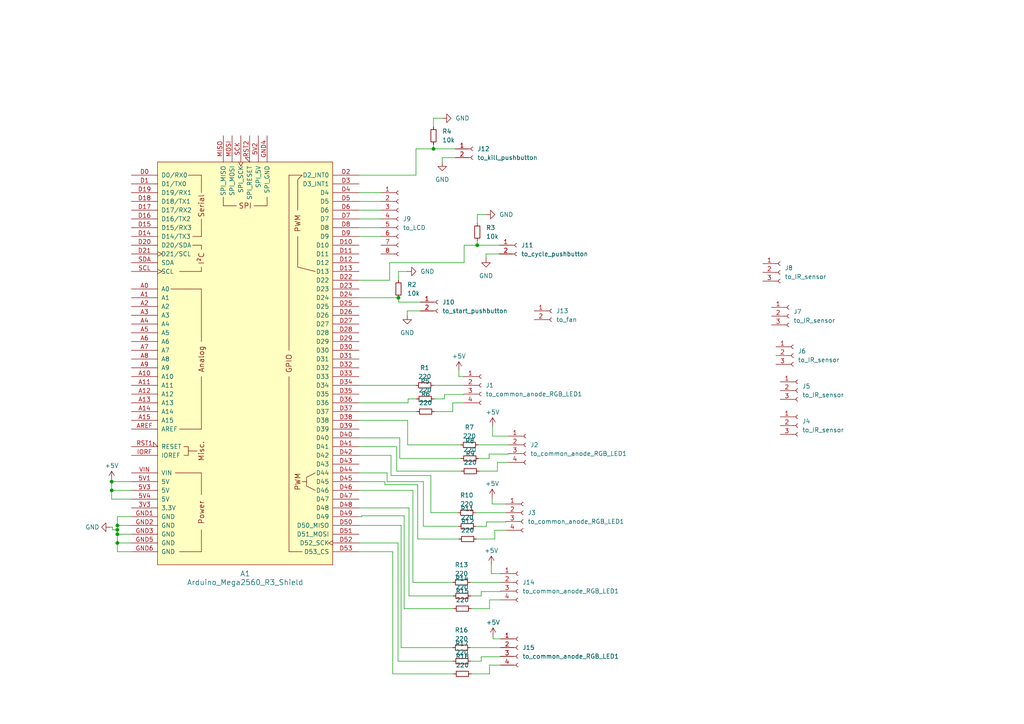
<source format=kicad_sch>
(kicad_sch (version 20230121) (generator eeschema)
  (paper "A4")
  (lib_symbols
    (symbol "Connector:Conn_01x02_Socket" (pin_names (offset 1.016) hide)
      (property "Reference" "J" (at 0 2.54 0))
      (property "Value" "Conn_01x02_Socket" (at 0 -5.08 0))
      (symbol "Conn_01x02_Socket_1_1"
        (arc (start 0 -2.032) (mid -0.5058 -2.54) (end 0 -3.048) (stroke (width 0.1524)))
        (polyline (pts (xy -1.27 -2.54) (xy -0.508 -2.54)) (stroke (width 0.1524)))
        (polyline (pts (xy -1.27 0) (xy -0.508 0)) (stroke (width 0.1524)))
        (arc (start 0 0.508) (mid -0.5058 0) (end 0 -0.508) (stroke (width 0.1524)))
        (pin passive line (at -5.08 0 0) (length 3.81) (name "Pin_1") (number "1"))
        (pin passive line (at -5.08 -2.54 0) (length 3.81) (name "Pin_2") (number "2"))
      )
    )
    (symbol "Connector:Conn_01x03_Socket" (pin_names (offset 1.016) hide)
      (property "Reference" "J" (at 0 5.08 0))
      (property "Value" "Conn_01x03_Socket" (at 0 -5.08 0))
      (symbol "Conn_01x03_Socket_1_1"
        (arc (start 0 -2.032) (mid -0.5058 -2.54) (end 0 -3.048) (stroke (width 0.1524)))
        (polyline (pts (xy -1.27 -2.54) (xy -0.508 -2.54)) (stroke (width 0.1524)))
        (polyline (pts (xy -1.27 0) (xy -0.508 0)) (stroke (width 0.1524)))
        (polyline (pts (xy -1.27 2.54) (xy -0.508 2.54)) (stroke (width 0.1524)))
        (arc (start 0 0.508) (mid -0.5058 0) (end 0 -0.508) (stroke (width 0.1524)))
        (arc (start 0 3.048) (mid -0.5058 2.54) (end 0 2.032) (stroke (width 0.1524)))
        (pin passive line (at -5.08 2.54 0) (length 3.81) (name "Pin_1") (number "1"))
        (pin passive line (at -5.08 0 0) (length 3.81) (name "Pin_2") (number "2"))
        (pin passive line (at -5.08 -2.54 0) (length 3.81) (name "Pin_3") (number "3"))
      )
    )
    (symbol "Connector:Conn_01x04_Socket" (pin_names (offset 1.016) hide)
      (property "Reference" "J" (at 0 5.08 0))
      (property "Value" "Conn_01x04_Socket" (at 0 -7.62 0))
      (symbol "Conn_01x04_Socket_1_1"
        (arc (start 0 -4.572) (mid -0.5058 -5.08) (end 0 -5.588) (stroke (width 0.1524)))
        (arc (start 0 -2.032) (mid -0.5058 -2.54) (end 0 -3.048) (stroke (width 0.1524)))
        (polyline (pts (xy -1.27 -5.08) (xy -0.508 -5.08)) (stroke (width 0.1524)))
        (polyline (pts (xy -1.27 -2.54) (xy -0.508 -2.54)) (stroke (width 0.1524)))
        (polyline (pts (xy -1.27 0) (xy -0.508 0)) (stroke (width 0.1524)))
        (polyline (pts (xy -1.27 2.54) (xy -0.508 2.54)) (stroke (width 0.1524)))
        (arc (start 0 0.508) (mid -0.5058 0) (end 0 -0.508) (stroke (width 0.1524)))
        (arc (start 0 3.048) (mid -0.5058 2.54) (end 0 2.032) (stroke (width 0.1524)))
        (pin passive line (at -5.08 2.54 0) (length 3.81) (name "Pin_1") (number "1"))
        (pin passive line (at -5.08 0 0) (length 3.81) (name "Pin_2") (number "2"))
        (pin passive line (at -5.08 -2.54 0) (length 3.81) (name "Pin_3") (number "3"))
        (pin passive line (at -5.08 -5.08 0) (length 3.81) (name "Pin_4") (number "4"))
      )
    )
    (symbol "Connector:Conn_01x08_Socket" (pin_names (offset 1.016) hide)
      (property "Reference" "J" (at 0 10.16 0))
      (property "Value" "Conn_01x08_Socket" (at 0 -12.7 0))
      (symbol "Conn_01x08_Socket_1_1"
        (arc (start 0 -9.652) (mid -0.5058 -10.16) (end 0 -10.668) (stroke (width 0.1524)))
        (arc (start 0 -7.112) (mid -0.5058 -7.62) (end 0 -8.128) (stroke (width 0.1524)))
        (arc (start 0 -4.572) (mid -0.5058 -5.08) (end 0 -5.588) (stroke (width 0.1524)))
        (arc (start 0 -2.032) (mid -0.5058 -2.54) (end 0 -3.048) (stroke (width 0.1524)))
        (polyline (pts (xy -1.27 -10.16) (xy -0.508 -10.16)) (stroke (width 0.1524)))
        (polyline (pts (xy -1.27 -7.62) (xy -0.508 -7.62)) (stroke (width 0.1524)))
        (polyline (pts (xy -1.27 -5.08) (xy -0.508 -5.08)) (stroke (width 0.1524)))
        (polyline (pts (xy -1.27 -2.54) (xy -0.508 -2.54)) (stroke (width 0.1524)))
        (polyline (pts (xy -1.27 0) (xy -0.508 0)) (stroke (width 0.1524)))
        (polyline (pts (xy -1.27 2.54) (xy -0.508 2.54)) (stroke (width 0.1524)))
        (polyline (pts (xy -1.27 5.08) (xy -0.508 5.08)) (stroke (width 0.1524)))
        (polyline (pts (xy -1.27 7.62) (xy -0.508 7.62)) (stroke (width 0.1524)))
        (arc (start 0 0.508) (mid -0.5058 0) (end 0 -0.508) (stroke (width 0.1524)))
        (arc (start 0 3.048) (mid -0.5058 2.54) (end 0 2.032) (stroke (width 0.1524)))
        (arc (start 0 5.588) (mid -0.5058 5.08) (end 0 4.572) (stroke (width 0.1524)))
        (arc (start 0 8.128) (mid -0.5058 7.62) (end 0 7.112) (stroke (width 0.1524)))
        (pin passive line (at -5.08 7.62 0) (length 3.81) (name "Pin_1") (number "1"))
        (pin passive line (at -5.08 5.08 0) (length 3.81) (name "Pin_2") (number "2"))
        (pin passive line (at -5.08 2.54 0) (length 3.81) (name "Pin_3") (number "3"))
        (pin passive line (at -5.08 0 0) (length 3.81) (name "Pin_4") (number "4"))
        (pin passive line (at -5.08 -2.54 0) (length 3.81) (name "Pin_5") (number "5"))
        (pin passive line (at -5.08 -5.08 0) (length 3.81) (name "Pin_6") (number "6"))
        (pin passive line (at -5.08 -7.62 0) (length 3.81) (name "Pin_7") (number "7"))
        (pin passive line (at -5.08 -10.16 0) (length 3.81) (name "Pin_8") (number "8"))
      )
    )
    (symbol "Device:R_Small" (pin_numbers hide) (pin_names (offset 0.254) hide)
      (property "Reference" "R" (at 0.762 0.508 0))
      (property "Value" "R_Small" (at 0.762 -1.016 0))
      (symbol "R_Small_0_1"
        (rectangle (start -0.762 1.778) (end 0.762 -1.778) (stroke (width 0.2032)))
      )
      (symbol "R_Small_1_1"
        (pin passive line (at 0 2.54 270) (length 0.762) (name "~") (number "1"))
        (pin passive line (at 0 -2.54 90) (length 0.762) (name "~") (number "2"))
      )
    )
    (symbol "PCM_arduino-library:Arduino_Mega2560_R3_Shield" (pin_names (offset 1.016))
      (property "Reference" "A" (at 0 -62.23 0))
      (property "Value" "Arduino_Mega2560_R3_Shield" (at 0 -66.04 0))
      (symbol "Arduino_Mega2560_R3_Shield_0_0"
        (rectangle (start -25.4 -58.42) (end 25.4 58.42) (fill (type background)))
        (rectangle (start -20.32 -31.75) (end -12.7 -31.75))
        (rectangle (start -19.05 -54.61) (end -12.7 -54.61))
        (rectangle (start -19.05 -19.05) (end -12.7 -19.05))
        (rectangle (start -19.05 26.67) (end -12.7 26.67))
        (rectangle (start -17.78 -26.67) (end -16.51 -26.67))
        (rectangle (start -17.78 -24.13) (end -16.51 -24.13))
        (rectangle (start -16.51 -25.4) (end -13.97 -25.4))
        (rectangle (start -16.51 -24.13) (end -16.51 -26.67))
        (rectangle (start -16.51 54.61) (end -12.7 54.61))
        (rectangle (start -15.24 34.29) (end -12.7 34.29))
        (rectangle (start -15.24 36.83) (end -12.7 36.83))
        (rectangle (start -12.7 -54.61) (end -12.7 -48.26))
        (rectangle (start -12.7 -31.75) (end -12.7 -38.1))
        (rectangle (start -12.7 26.67) (end -12.7 27.94))
        (rectangle (start -12.7 34.29) (end -12.7 33.02))
        (rectangle (start -12.7 41.91) (end -12.7 36.83))
        (rectangle (start -12.7 49.53) (end -12.7 54.61))
        (rectangle (start -6.35 48.26) (end -6.35 45.72))
        (rectangle (start -2.54 45.72) (end -6.35 45.72))
        (polyline (pts (xy -21.59 21.59) (xy -12.7 21.59)))
        (polyline (pts (xy -12.7 -19.05) (xy -12.7 -3.81)))
        (polyline (pts (xy -12.7 6.35) (xy -12.7 21.59)))
        (polyline (pts (xy 12.7 -54.61) (xy 16.51 -54.61)))
        (polyline (pts (xy 12.7 54.61) (xy 16.51 54.61)))
        (polyline (pts (xy 17.78 -34.29) (xy 16.51 -34.29)))
        (polyline (pts (xy 15.24 36.83) (xy 15.24 27.94) (xy 20.32 26.67)))
        (polyline (pts (xy 15.24 44.45) (xy 15.24 53.34) (xy 16.51 54.61)))
        (polyline (pts (xy 20.32 -31.75) (xy 17.78 -33.02) (xy 17.78 -35.56) (xy 20.32 -36.83)))
        (rectangle (start 6.35 45.72) (end 2.54 45.72))
        (rectangle (start 6.35 48.26) (end 6.35 45.72))
        (text "Analog" (at -12.7 1.27 900) (effects (font (size 1.524 1.524))))
        (text "I²C" (at -12.7 30.48 900) (effects (font (size 1.524 1.524))))
        (text "Misc." (at -12.7 -25.4 900) (effects (font (size 1.524 1.524))))
        (text "Power" (at -12.7 -43.18 900) (effects (font (size 1.524 1.524))))
        (text "PWM" (at 15.24 -34.29 900) (effects (font (size 1.524 1.524))))
        (text "PWM" (at 15.24 40.64 900) (effects (font (size 1.524 1.524))))
        (text "Serial" (at -12.7 45.72 900) (effects (font (size 1.524 1.524))))
        (text "SPI" (at 0 45.72 0) (effects (font (size 1.524 1.524))))
      )
      (symbol "Arduino_Mega2560_R3_Shield_1_0"
        (rectangle (start 12.7 -54.61) (end 12.7 -3.81))
        (rectangle (start 12.7 54.61) (end 12.7 3.81))
        (text "GPIO" (at 12.7 0 900) (effects (font (size 1.524 1.524))))
      )
      (symbol "Arduino_Mega2560_R3_Shield_1_1"
        (pin power_out line (at -33.02 -41.91 0) (length 7.62) (name "3.3V") (number "3V3"))
        (pin power_in line (at -33.02 -34.29 0) (length 7.62) (name "5V") (number "5V1"))
        (pin power_in line (at 3.81 66.04 270) (length 7.62) (name "SPI_5V") (number "5V2"))
        (pin power_in line (at -33.02 -36.83 0) (length 7.62) (name "5V") (number "5V3"))
        (pin power_in line (at -33.02 -39.37 0) (length 7.62) (name "5V") (number "5V4"))
        (pin bidirectional line (at -33.02 21.59 0) (length 7.62) (name "A0") (number "A0"))
        (pin bidirectional line (at -33.02 19.05 0) (length 7.62) (name "A1") (number "A1"))
        (pin bidirectional line (at -33.02 -3.81 0) (length 7.62) (name "A10") (number "A10"))
        (pin bidirectional line (at -33.02 -6.35 0) (length 7.62) (name "A11") (number "A11"))
        (pin bidirectional line (at -33.02 -8.89 0) (length 7.62) (name "A12") (number "A12"))
        (pin bidirectional line (at -33.02 -11.43 0) (length 7.62) (name "A13") (number "A13"))
        (pin bidirectional line (at -33.02 -13.97 0) (length 7.62) (name "A14") (number "A14"))
        (pin bidirectional line (at -33.02 -16.51 0) (length 7.62) (name "A15") (number "A15"))
        (pin bidirectional line (at -33.02 16.51 0) (length 7.62) (name "A2") (number "A2"))
        (pin bidirectional line (at -33.02 13.97 0) (length 7.62) (name "A3") (number "A3"))
        (pin bidirectional line (at -33.02 11.43 0) (length 7.62) (name "A4") (number "A4"))
        (pin bidirectional line (at -33.02 8.89 0) (length 7.62) (name "A5") (number "A5"))
        (pin bidirectional line (at -33.02 6.35 0) (length 7.62) (name "A6") (number "A6"))
        (pin bidirectional line (at -33.02 3.81 0) (length 7.62) (name "A7") (number "A7"))
        (pin bidirectional line (at -33.02 1.27 0) (length 7.62) (name "A8") (number "A8"))
        (pin bidirectional line (at -33.02 -1.27 0) (length 7.62) (name "A9") (number "A9"))
        (pin input line (at -33.02 -19.05 0) (length 7.62) (name "AREF") (number "AREF"))
        (pin bidirectional line (at -33.02 54.61 0) (length 7.62) (name "D0/RX0") (number "D0"))
        (pin bidirectional line (at -33.02 52.07 0) (length 7.62) (name "D1/TX0") (number "D1"))
        (pin bidirectional line (at 33.02 34.29 180) (length 7.62) (name "D10") (number "D10"))
        (pin bidirectional line (at 33.02 31.75 180) (length 7.62) (name "D11") (number "D11"))
        (pin bidirectional line (at 33.02 29.21 180) (length 7.62) (name "D12") (number "D12"))
        (pin bidirectional line (at 33.02 26.67 180) (length 7.62) (name "D13") (number "D13"))
        (pin bidirectional line (at -33.02 36.83 0) (length 7.62) (name "D14/TX3") (number "D14"))
        (pin bidirectional line (at -33.02 39.37 0) (length 7.62) (name "D15/RX3") (number "D15"))
        (pin bidirectional line (at -33.02 41.91 0) (length 7.62) (name "D16/TX2") (number "D16"))
        (pin bidirectional line (at -33.02 44.45 0) (length 7.62) (name "D17/RX2") (number "D17"))
        (pin bidirectional line (at -33.02 46.99 0) (length 7.62) (name "D18/TX1") (number "D18"))
        (pin bidirectional line (at -33.02 49.53 0) (length 7.62) (name "D19/RX1") (number "D19"))
        (pin bidirectional line (at 33.02 54.61 180) (length 7.62) (name "D2_INT0") (number "D2"))
        (pin bidirectional line (at -33.02 34.29 0) (length 7.62) (name "D20/SDA") (number "D20"))
        (pin bidirectional clock (at -33.02 31.75 0) (length 7.62) (name "D21/SCL") (number "D21"))
        (pin bidirectional line (at 33.02 24.13 180) (length 7.62) (name "D22") (number "D22"))
        (pin bidirectional line (at 33.02 21.59 180) (length 7.62) (name "D23") (number "D23"))
        (pin bidirectional line (at 33.02 19.05 180) (length 7.62) (name "D24") (number "D24"))
        (pin bidirectional line (at 33.02 16.51 180) (length 7.62) (name "D25") (number "D25"))
        (pin bidirectional line (at 33.02 13.97 180) (length 7.62) (name "D26") (number "D26"))
        (pin bidirectional line (at 33.02 11.43 180) (length 7.62) (name "D27") (number "D27"))
        (pin bidirectional line (at 33.02 8.89 180) (length 7.62) (name "D28") (number "D28"))
        (pin bidirectional line (at 33.02 6.35 180) (length 7.62) (name "D29") (number "D29"))
        (pin bidirectional line (at 33.02 52.07 180) (length 7.62) (name "D3_INT1") (number "D3"))
        (pin bidirectional line (at 33.02 3.81 180) (length 7.62) (name "D30") (number "D30"))
        (pin bidirectional line (at 33.02 1.27 180) (length 7.62) (name "D31") (number "D31"))
        (pin bidirectional line (at 33.02 -1.27 180) (length 7.62) (name "D32") (number "D32"))
        (pin bidirectional line (at 33.02 -3.81 180) (length 7.62) (name "D33") (number "D33"))
        (pin bidirectional line (at 33.02 -6.35 180) (length 7.62) (name "D34") (number "D34"))
        (pin bidirectional line (at 33.02 -8.89 180) (length 7.62) (name "D35") (number "D35"))
        (pin bidirectional line (at 33.02 -11.43 180) (length 7.62) (name "D36") (number "D36"))
        (pin bidirectional line (at 33.02 -13.97 180) (length 7.62) (name "D37") (number "D37"))
        (pin bidirectional line (at 33.02 -16.51 180) (length 7.62) (name "D38") (number "D38"))
        (pin bidirectional line (at 33.02 -19.05 180) (length 7.62) (name "D39") (number "D39"))
        (pin bidirectional line (at 33.02 49.53 180) (length 7.62) (name "D4") (number "D4"))
        (pin bidirectional line (at 33.02 -21.59 180) (length 7.62) (name "D40") (number "D40"))
        (pin bidirectional line (at 33.02 -24.13 180) (length 7.62) (name "D41") (number "D41"))
        (pin bidirectional line (at 33.02 -26.67 180) (length 7.62) (name "D42") (number "D42"))
        (pin bidirectional line (at 33.02 -29.21 180) (length 7.62) (name "D43") (number "D43"))
        (pin bidirectional line (at 33.02 -31.75 180) (length 7.62) (name "D44") (number "D44"))
        (pin bidirectional line (at 33.02 -34.29 180) (length 7.62) (name "D45") (number "D45"))
        (pin bidirectional line (at 33.02 -36.83 180) (length 7.62) (name "D46") (number "D46"))
        (pin bidirectional line (at 33.02 -39.37 180) (length 7.62) (name "D47") (number "D47"))
        (pin bidirectional line (at 33.02 -41.91 180) (length 7.62) (name "D48") (number "D48"))
        (pin bidirectional line (at 33.02 -44.45 180) (length 7.62) (name "D49") (number "D49"))
        (pin bidirectional line (at 33.02 46.99 180) (length 7.62) (name "D5") (number "D5"))
        (pin bidirectional line (at 33.02 -46.99 180) (length 7.62) (name "D50_MISO") (number "D50"))
        (pin bidirectional line (at 33.02 -49.53 180) (length 7.62) (name "D51_MOSI") (number "D51"))
        (pin bidirectional clock (at 33.02 -52.07 180) (length 7.62) (name "D52_SCK") (number "D52"))
        (pin bidirectional line (at 33.02 -54.61 180) (length 7.62) (name "D53_CS") (number "D53"))
        (pin bidirectional line (at 33.02 44.45 180) (length 7.62) (name "D6") (number "D6"))
        (pin bidirectional line (at 33.02 41.91 180) (length 7.62) (name "D7") (number "D7"))
        (pin bidirectional line (at 33.02 39.37 180) (length 7.62) (name "D8") (number "D8"))
        (pin bidirectional line (at 33.02 36.83 180) (length 7.62) (name "D9") (number "D9"))
        (pin power_in line (at -33.02 -44.45 0) (length 7.62) (name "GND") (number "GND1"))
        (pin power_in line (at -33.02 -46.99 0) (length 7.62) (name "GND") (number "GND2"))
        (pin power_in line (at -33.02 -49.53 0) (length 7.62) (name "GND") (number "GND3"))
        (pin power_in line (at 6.35 66.04 270) (length 7.62) (name "SPI_GND") (number "GND4"))
        (pin power_in line (at -33.02 -52.07 0) (length 7.62) (name "GND") (number "GND5"))
        (pin power_in line (at -33.02 -54.61 0) (length 7.62) (name "GND") (number "GND6"))
        (pin output line (at -33.02 -26.67 0) (length 7.62) (name "IOREF") (number "IORF"))
        (pin input line (at -6.35 66.04 270) (length 7.62) (name "SPI_MISO") (number "MISO"))
        (pin output line (at -3.81 66.04 270) (length 7.62) (name "SPI_MOSI") (number "MOSI"))
        (pin open_collector input_low (at -33.02 -24.13 0) (length 7.62) (name "RESET") (number "RST1"))
        (pin open_collector input_low (at 1.27 66.04 270) (length 7.62) (name "SPI_RESET") (number "RST2"))
        (pin output clock (at -1.27 66.04 270) (length 7.62) (name "SPI_SCK") (number "SCK"))
        (pin bidirectional clock (at -33.02 26.67 0) (length 7.62) (name "SCL") (number "SCL"))
        (pin bidirectional line (at -33.02 29.21 0) (length 7.62) (name "SDA") (number "SDA"))
        (pin power_in line (at -33.02 -31.75 0) (length 7.62) (name "VIN") (number "VIN"))
      )
    )
    (symbol "power:+5V" (power) (pin_names (offset 0))
      (property "Value" "+5V" (at 0 3.556 0))
      (symbol "+5V_0_1"
        (polyline (pts (xy -0.762 1.27) (xy 0 2.54)))
        (polyline (pts (xy 0 0) (xy 0 2.54)))
        (polyline (pts (xy 0 2.54) (xy 0.762 1.27)))
      )
      (symbol "+5V_1_1"
        (pin power_in line (at 0 0 90) (length 0) hide (name "+5V") (number "1"))
      )
    )
    (symbol "power:GND" (power) (pin_names (offset 0))
      (property "Value" "GND" (at 0 -3.81 0))
      (symbol "GND_0_1"
        (polyline (pts (xy 0 0) (xy 0 -1.27) (xy 1.27 -1.27) (xy 0 -2.54) (xy -1.27 -1.27) (xy 0 -1.27)))
      )
      (symbol "GND_1_1"
        (pin power_in line (at 0 0 270) (length 0) hide (name "GND") (number "1"))
      )
    )
  )
  (junction (at 32.385 139.7))
  (junction (at 34.036 153.67))
  (junction (at 138.43 71.12))
  (junction (at 115.57 86.36))
  (junction (at 34.036 152.4))
  (junction (at 34.036 154.94))
  (junction (at 125.73 43.18))
  (junction (at 34.036 157.48))
  (junction (at 32.385 142.24))
  (wire (pts (xy 34.036 152.4) (xy 38.1 152.4)))
  (wire (pts (xy 144.272 134.112) (xy 144.272 136.652)))
  (wire (pts (xy 38.1 160.02) (xy 34.036 160.02)))
  (wire (pts (xy 143.51 153.797) (xy 143.51 156.337)))
  (wire (pts (xy 139.573 191.77) (xy 139.573 190.5)))
  (wire (pts (xy 125.984 119.38) (xy 131.318 119.38)))
  (wire (pts (xy 145.161 185.293) (xy 143.002 185.293)))
  (wire (pts (xy 115.57 87.63) (xy 115.57 86.36)))
  (wire (pts (xy 34.036 160.02) (xy 34.036 157.48)))
  (wire (pts (xy 139.573 171.577) (xy 145.161 171.577)))
  (wire (pts (xy 138.176 156.337) (xy 143.51 156.337)))
  (wire (pts (xy 104.14 119.38) (xy 120.904 119.38)))
  (wire (pts (xy 32.004 152.908) (xy 32.639 152.908)))
  (wire (pts (xy 125.73 111.76) (xy 134.493 111.76)))
  (wire (pts (xy 128.905 114.427) (xy 134.493 114.427)))
  (wire (pts (xy 146.685 151.384) (xy 146.685 151.257)))
  (wire (pts (xy 136.525 191.77) (xy 139.573 191.77)))
  (wire (pts (xy 141.097 151.384) (xy 146.685 151.384)))
  (wire (pts (xy 38.1 142.24) (xy 32.385 142.24)))
  (wire (pts (xy 145.161 190.5) (xy 145.161 190.373)))
  (wire (pts (xy 112.268 139.7) (xy 112.268 137.16)))
  (wire (pts (xy 104.14 58.42) (xy 110.49 58.42)))
  (wire (pts (xy 139.573 172.847) (xy 139.573 171.577)))
  (wire (pts (xy 138.43 62.23) (xy 138.43 64.77)))
  (wire (pts (xy 115.443 157.48) (xy 104.14 157.48)))
  (wire (pts (xy 134.62 76.2) (xy 134.62 71.12)))
  (wire (pts (xy 104.902 149.606) (xy 104.902 149.86)))
  (wire (pts (xy 144.78 71.12) (xy 138.43 71.12)))
  (wire (pts (xy 115.062 136.652) (xy 133.858 136.652)))
  (wire (pts (xy 104.14 129.54) (xy 115.062 129.54)))
  (wire (pts (xy 38.1 144.78) (xy 32.385 144.78)))
  (wire (pts (xy 118.11 90.17) (xy 118.11 91.44)))
  (wire (pts (xy 104.14 60.96) (xy 110.49 60.96)))
  (wire (pts (xy 34.036 153.67) (xy 34.036 154.94)))
  (wire (pts (xy 104.14 68.58) (xy 110.49 68.58)))
  (wire (pts (xy 122.809 152.654) (xy 132.969 152.654)))
  (wire (pts (xy 145.161 173.99) (xy 141.986 173.99)))
  (wire (pts (xy 137.922 148.717) (xy 146.685 148.717)))
  (wire (pts (xy 128.27 34.29) (xy 125.73 34.29)))
  (wire (pts (xy 147.447 126.492) (xy 142.875 126.492)))
  (wire (pts (xy 104.14 111.76) (xy 120.65 111.76)))
  (wire (pts (xy 34.036 149.86) (xy 34.036 152.4)))
  (wire (pts (xy 134.62 71.12) (xy 138.43 71.12)))
  (wire (pts (xy 34.036 154.94) (xy 38.1 154.94)))
  (wire (pts (xy 138.811 132.969) (xy 141.859 132.969)))
  (wire (pts (xy 134.493 116.84) (xy 131.318 116.84)))
  (wire (pts (xy 140.97 73.66) (xy 140.97 74.93)))
  (wire (pts (xy 144.78 73.66) (xy 140.97 73.66)))
  (wire (pts (xy 125.73 34.29) (xy 125.73 36.83)))
  (wire (pts (xy 132.08 43.18) (xy 125.73 43.18)))
  (wire (pts (xy 138.938 136.652) (xy 144.272 136.652)))
  (wire (pts (xy 118.364 115.697) (xy 120.777 115.697)))
  (wire (pts (xy 120.65 43.18) (xy 125.73 43.18)))
  (wire (pts (xy 34.036 152.4) (xy 34.036 153.67)))
  (wire (pts (xy 131.572 176.53) (xy 117.221 176.53)))
  (wire (pts (xy 125.73 43.18) (xy 125.73 41.91)))
  (wire (pts (xy 115.57 78.74) (xy 115.57 81.28)))
  (wire (pts (xy 146.685 153.797) (xy 143.51 153.797)))
  (wire (pts (xy 125.857 115.697) (xy 128.905 115.697)))
  (wire (pts (xy 104.14 121.92) (xy 118.237 121.92)))
  (wire (pts (xy 113.03 76.2) (xy 134.62 76.2)))
  (wire (pts (xy 118.364 116.84) (xy 118.364 115.697)))
  (wire (pts (xy 118.618 172.847) (xy 131.445 172.847)))
  (wire (pts (xy 104.14 63.5) (xy 110.49 63.5)))
  (wire (pts (xy 104.14 149.86) (xy 104.902 149.86)))
  (wire (pts (xy 136.525 172.847) (xy 139.573 172.847)))
  (wire (pts (xy 131.445 191.77) (xy 115.443 191.77)))
  (wire (pts (xy 104.14 86.36) (xy 115.57 86.36)))
  (wire (pts (xy 120.65 50.8) (xy 120.65 43.18)))
  (wire (pts (xy 104.14 116.84) (xy 118.364 116.84)))
  (wire (pts (xy 136.398 187.833) (xy 145.161 187.833)))
  (wire (pts (xy 104.14 127) (xy 115.951 127)))
  (wire (pts (xy 104.14 132.08) (xy 113.411 132.08)))
  (wire (pts (xy 133.096 107.442) (xy 133.096 109.22)))
  (wire (pts (xy 122.809 139.7) (xy 112.268 139.7)))
  (wire (pts (xy 139.573 190.5) (xy 145.161 190.5)))
  (wire (pts (xy 119.761 168.91) (xy 119.761 142.24)))
  (wire (pts (xy 132.842 148.717) (xy 124.968 148.717)))
  (wire (pts (xy 141.986 173.99) (xy 141.986 176.53)))
  (wire (pts (xy 104.14 55.88) (xy 110.49 55.88)))
  (wire (pts (xy 145.161 171.577) (xy 145.161 171.45)))
  (wire (pts (xy 104.14 66.04) (xy 110.49 66.04)))
  (wire (pts (xy 119.761 142.24) (xy 104.14 142.24)))
  (wire (pts (xy 104.14 81.28) (xy 113.03 81.28)))
  (wire (pts (xy 142.748 146.177) (xy 146.685 146.177)))
  (wire (pts (xy 118.237 121.92) (xy 118.237 129.032)))
  (wire (pts (xy 118.618 147.32) (xy 118.618 172.847)))
  (wire (pts (xy 116.332 187.833) (xy 131.318 187.833)))
  (wire (pts (xy 138.684 129.032) (xy 147.447 129.032)))
  (wire (pts (xy 140.97 62.23) (xy 138.43 62.23)))
  (wire (pts (xy 117.221 176.53) (xy 117.221 149.606)))
  (wire (pts (xy 34.036 157.48) (xy 38.1 157.48)))
  (wire (pts (xy 147.447 134.112) (xy 144.272 134.112)))
  (wire (pts (xy 141.986 192.913) (xy 141.986 195.453)))
  (wire (pts (xy 142.494 166.37) (xy 142.494 163.83)))
  (wire (pts (xy 121.158 140.589) (xy 121.158 156.337)))
  (wire (pts (xy 111.633 140.589) (xy 111.633 139.7)))
  (wire (pts (xy 104.14 147.32) (xy 118.618 147.32)))
  (wire (pts (xy 136.652 176.53) (xy 141.986 176.53)))
  (wire (pts (xy 132.08 45.72) (xy 128.27 45.72)))
  (wire (pts (xy 141.097 152.654) (xy 141.097 151.384)))
  (wire (pts (xy 115.443 191.77) (xy 115.443 157.48)))
  (wire (pts (xy 118.11 78.74) (xy 115.57 78.74)))
  (wire (pts (xy 131.318 168.91) (xy 119.761 168.91)))
  (wire (pts (xy 104.14 160.02) (xy 113.919 160.02)))
  (wire (pts (xy 34.036 154.94) (xy 34.036 157.48)))
  (wire (pts (xy 115.951 132.969) (xy 133.731 132.969)))
  (wire (pts (xy 32.639 152.908) (xy 32.639 153.67)))
  (wire (pts (xy 38.1 149.86) (xy 34.036 149.86)))
  (wire (pts (xy 122.809 139.7) (xy 122.809 152.654)))
  (wire (pts (xy 32.639 153.67) (xy 34.036 153.67)))
  (wire (pts (xy 38.1 139.7) (xy 32.385 139.7)))
  (wire (pts (xy 113.03 81.28) (xy 113.03 76.2)))
  (wire (pts (xy 121.158 140.589) (xy 111.633 140.589)))
  (wire (pts (xy 113.411 137.922) (xy 124.968 137.922)))
  (wire (pts (xy 32.385 139.7) (xy 32.385 139.192)))
  (wire (pts (xy 121.92 87.63) (xy 115.57 87.63)))
  (wire (pts (xy 104.14 50.8) (xy 120.65 50.8)))
  (wire (pts (xy 104.14 152.4) (xy 116.332 152.4)))
  (wire (pts (xy 115.062 129.54) (xy 115.062 136.652)))
  (wire (pts (xy 113.919 160.02) (xy 113.919 195.453)))
  (wire (pts (xy 32.385 144.78) (xy 32.385 142.24)))
  (wire (pts (xy 113.411 132.08) (xy 113.411 137.922)))
  (wire (pts (xy 147.447 131.699) (xy 147.447 131.572)))
  (wire (pts (xy 32.385 139.7) (xy 32.385 142.24)))
  (wire (pts (xy 111.633 139.7) (xy 104.14 139.7)))
  (wire (pts (xy 115.951 127) (xy 115.951 132.969)))
  (wire (pts (xy 143.002 185.293) (xy 143.002 184.658)))
  (wire (pts (xy 124.968 148.717) (xy 124.968 137.922)))
  (wire (pts (xy 138.43 71.12) (xy 138.43 69.85)))
  (wire (pts (xy 112.268 137.16) (xy 104.14 137.16)))
  (wire (pts (xy 142.748 144.399) (xy 142.748 146.177)))
  (wire (pts (xy 118.237 129.032) (xy 133.604 129.032)))
  (wire (pts (xy 128.905 115.697) (xy 128.905 114.427)))
  (wire (pts (xy 142.875 126.492) (xy 142.875 123.698)))
  (wire (pts (xy 136.398 168.91) (xy 145.161 168.91)))
  (wire (pts (xy 133.096 109.22) (xy 134.493 109.22)))
  (wire (pts (xy 133.096 156.337) (xy 121.158 156.337)))
  (wire (pts (xy 128.27 45.72) (xy 128.27 46.99)))
  (wire (pts (xy 136.652 195.453) (xy 141.986 195.453)))
  (wire (pts (xy 138.049 152.654) (xy 141.097 152.654)))
  (wire (pts (xy 145.161 192.913) (xy 141.986 192.913)))
  (wire (pts (xy 145.161 166.37) (xy 142.494 166.37)))
  (wire (pts (xy 121.92 90.17) (xy 118.11 90.17)))
  (wire (pts (xy 131.318 116.84) (xy 131.318 119.38)))
  (wire (pts (xy 117.221 149.606) (xy 104.902 149.606)))
  (wire (pts (xy 141.859 131.699) (xy 147.447 131.699)))
  (wire (pts (xy 134.493 114.427) (xy 134.493 114.3)))
  (wire (pts (xy 141.859 132.969) (xy 141.859 131.699)))
  (wire (pts (xy 113.919 195.453) (xy 131.572 195.453)))
  (wire (pts (xy 116.332 152.4) (xy 116.332 187.833)))
  (symbol (lib_id "Connector:Conn_01x03_Socket") (at 231.394 113.284 0) (unit 1)
    (property "Reference" "J5" (at 232.664 112.014 0) (effects (justify left)))
    (property "Value" "to_IR_sensor" (at 232.664 114.554 0) (effects (justify left)))
  )
  (symbol (lib_id "Device:R_Small") (at 133.858 168.91 90) (unit 1)
    (property "Reference" "R13" (at 133.858 163.83 90))
    (property "Value" "220" (at 133.858 166.37 90))
  )
  (symbol (lib_id "Device:R_Small") (at 123.317 115.697 90) (unit 1)
    (property "Reference" "R5" (at 123.317 110.617 90))
    (property "Value" "220" (at 123.317 113.157 90))
  )
  (symbol (lib_id "Connector:Conn_01x02_Socket") (at 137.16 43.18 0) (unit 1)
    (property "Reference" "J12" (at 138.43 43.18 0) (effects (justify left)))
    (property "Value" "to_kill_pushbutton" (at 138.43 45.72 0) (effects (justify left)))
  )
  (symbol (lib_id "Device:R_Small") (at 138.43 67.31 180) (unit 1)
    (property "Reference" "R3" (at 140.97 66.04 0) (effects (justify right)))
    (property "Value" "10k" (at 140.97 68.58 0) (effects (justify right)))
  )
  (symbol (lib_id "Device:R_Small") (at 133.985 191.77 90) (unit 1)
    (property "Reference" "R17" (at 133.985 186.69 90))
    (property "Value" "220" (at 133.985 189.23 90))
  )
  (symbol (lib_id "power:GND") (at 118.11 78.74 90) (unit 1)
    (property "Reference" "#PWR03" (effects hide))
    (property "Value" "GND" (at 121.92 78.74 90) (effects (justify right)))
  )
  (symbol (lib_id "power:+5V") (at 142.748 144.399 0) (unit 1)
    (property "Reference" "#PWR09" (effects hide))
    (property "Value" "+5V" (at 142.748 140.2659 0))
  )
  (symbol (lib_id "Connector:Conn_01x08_Socket") (at 115.57 63.5 0) (unit 1)
    (property "Reference" "J9" (at 116.84 63.5 0) (effects (justify left)))
    (property "Value" "to_LCD" (at 116.84 66.04 0) (effects (justify left)))
  )
  (symbol (lib_id "power:GND") (at 140.97 62.23 90) (unit 1)
    (property "Reference" "#PWR04" (effects hide))
    (property "Value" "GND" (at 144.78 62.23 90) (effects (justify right)))
  )
  (symbol (lib_id "power:+5V") (at 32.385 139.192 0) (unit 1)
    (property "Reference" "#PWR012" (effects hide))
    (property "Value" "+5V" (at 32.385 135.0589 0))
  )
  (symbol (lib_id "power:GND") (at 128.27 46.99 0) (unit 1)
    (property "Reference" "#PWR07" (effects hide))
    (property "Value" "GND" (at 128.27 52.07 0))
  )
  (symbol (lib_id "Connector:Conn_01x02_Socket") (at 127 87.63 0) (unit 1)
    (property "Reference" "J10" (at 128.27 87.63 0) (effects (justify left)))
    (property "Value" "to_start_pushbutton" (at 128.27 90.17 0) (effects (justify left)))
  )
  (symbol (lib_id "Device:R_Small") (at 133.858 187.833 90) (unit 1)
    (property "Reference" "R16" (at 133.858 182.753 90))
    (property "Value" "220" (at 133.858 185.293 90))
  )
  (symbol (lib_id "Connector:Conn_01x04_Socket") (at 150.241 168.91 0) (unit 1)
    (property "Reference" "J14" (at 151.511 168.91 0) (effects (justify left)))
    (property "Value" "to_common_anode_RGB_LED1" (at 151.511 171.45 0) (effects (justify left)))
  )
  (symbol (lib_id "Connector:Conn_01x03_Socket") (at 230.124 103.124 0) (unit 1)
    (property "Reference" "J6" (at 231.394 101.854 0) (effects (justify left)))
    (property "Value" "to_IR_sensor" (at 231.394 104.394 0) (effects (justify left)))
  )
  (symbol (lib_id "Connector:Conn_01x04_Socket") (at 151.765 148.717 0) (unit 1)
    (property "Reference" "J3" (at 153.035 148.717 0) (effects (justify left)))
    (property "Value" "to_common_anode_RGB_LED1" (at 153.035 151.257 0) (effects (justify left)))
  )
  (symbol (lib_id "Device:R_Small") (at 123.19 111.76 90) (unit 1)
    (property "Reference" "R1" (at 123.19 106.68 90))
    (property "Value" "220" (at 123.19 109.22 90))
  )
  (symbol (lib_id "Connector:Conn_01x03_Socket") (at 231.394 123.444 0) (unit 1)
    (property "Reference" "J4" (at 232.664 122.174 0) (effects (justify left)))
    (property "Value" "to_IR_sensor" (at 232.664 124.714 0) (effects (justify left)))
  )
  (symbol (lib_id "Device:R_Small") (at 115.57 83.82 180) (unit 1)
    (property "Reference" "R2" (at 118.11 82.55 0) (effects (justify right)))
    (property "Value" "10k" (at 118.11 85.09 0) (effects (justify right)))
  )
  (symbol (lib_id "Connector:Conn_01x04_Socket") (at 152.527 129.032 0) (unit 1)
    (property "Reference" "J2" (at 153.797 129.032 0) (effects (justify left)))
    (property "Value" "to_common_anode_RGB_LED1" (at 153.797 131.572 0) (effects (justify left)))
  )
  (symbol (lib_id "Device:R_Small") (at 123.444 119.38 90) (unit 1)
    (property "Reference" "R6" (at 123.444 114.3 90))
    (property "Value" "220" (at 123.444 116.84 90))
  )
  (symbol (lib_id "power:GND") (at 128.27 34.29 90) (unit 1)
    (property "Reference" "#PWR06" (effects hide))
    (property "Value" "GND" (at 132.08 34.29 90) (effects (justify right)))
  )
  (symbol (lib_id "Device:R_Small") (at 125.73 39.37 180) (unit 1)
    (property "Reference" "R4" (at 128.27 38.1 0) (effects (justify right)))
    (property "Value" "10k" (at 128.27 40.64 0) (effects (justify right)))
  )
  (symbol (lib_id "Device:R_Small") (at 136.398 136.652 90) (unit 1)
    (property "Reference" "R9" (at 136.398 131.572 90))
    (property "Value" "220" (at 136.398 134.112 90))
  )
  (symbol (lib_id "Connector:Conn_01x02_Socket") (at 149.86 71.12 0) (unit 1)
    (property "Reference" "J11" (at 151.13 71.12 0) (effects (justify left)))
    (property "Value" "to_cycle_pushbutton" (at 151.13 73.66 0) (effects (justify left)))
  )
  (symbol (lib_id "Device:R_Small") (at 134.112 195.453 90) (unit 1)
    (property "Reference" "R18" (at 134.112 190.373 90))
    (property "Value" "220" (at 134.112 192.913 90))
  )
  (symbol (lib_id "PCM_arduino-library:Arduino_Mega2560_R3_Shield") (at 71.12 105.41 0) (unit 1)
    (property "Reference" "A1" (at 71.12 166.37 0) (effects (font (size 1.524 1.524))))
    (property "Value" "Arduino_Mega2560_R3_Shield" (at 71.12 168.91 0) (effects (font (size 1.524 1.524))))
    (property "Footprint" "PCM_arduino-library:Arduino_Mega2560_R3_Shield" (effects hide))
    (property "Datasheet" "https://docs.arduino.cc/hardware/mega-2560" (effects hide))
  )
  (symbol (lib_id "Device:R_Small") (at 136.144 129.032 90) (unit 1)
    (property "Reference" "R7" (at 136.144 123.952 90))
    (property "Value" "220" (at 136.144 126.492 90))
  )
  (symbol (lib_id "Device:R_Small") (at 135.636 156.337 90) (unit 1)
    (property "Reference" "R12" (at 135.636 151.257 90))
    (property "Value" "220" (at 135.636 153.797 90))
  )
  (symbol (lib_id "power:+5V") (at 143.002 184.658 0) (unit 1)
    (property "Reference" "#PWR01" (effects hide))
    (property "Value" "+5V" (at 143.002 180.5249 0))
  )
  (symbol (lib_id "Connector:Conn_01x04_Socket") (at 139.573 111.76 0) (unit 1)
    (property "Reference" "J1" (at 140.843 111.76 0) (effects (justify left)))
    (property "Value" "to_common_anode_RGB_LED1" (at 140.843 114.3 0) (effects (justify left)))
  )
  (symbol (lib_id "power:+5V") (at 142.875 123.698 0) (unit 1)
    (property "Reference" "#PWR010" (effects hide))
    (property "Value" "+5V" (at 142.875 119.5649 0))
  )
  (symbol (lib_id "Connector:Conn_01x02_Socket") (at 160.02 90.17 0) (unit 1)
    (property "Reference" "J13" (at 161.29 90.17 0) (effects (justify left)))
    (property "Value" "to_fan" (at 161.29 92.71 0) (effects (justify left)))
  )
  (symbol (lib_id "power:GND") (at 118.11 91.44 0) (unit 1)
    (property "Reference" "#PWR02" (effects hide))
    (property "Value" "GND" (at 118.11 96.52 0))
  )
  (symbol (lib_id "power:+5V") (at 133.096 107.442 0) (unit 1)
    (property "Reference" "#PWR011" (effects hide))
    (property "Value" "+5V" (at 133.096 103.3089 0))
  )
  (symbol (lib_id "Device:R_Small") (at 135.382 148.717 90) (unit 1)
    (property "Reference" "R10" (at 135.382 143.637 90))
    (property "Value" "220" (at 135.382 146.177 90))
  )
  (symbol (lib_id "Connector:Conn_01x03_Socket") (at 228.854 91.694 0) (unit 1)
    (property "Reference" "J7" (at 230.124 90.424 0) (effects (justify left)))
    (property "Value" "to_IR_sensor" (at 230.124 92.964 0) (effects (justify left)))
  )
  (symbol (lib_id "Device:R_Small") (at 134.112 176.53 90) (unit 1)
    (property "Reference" "R15" (at 134.112 171.45 90))
    (property "Value" "220" (at 134.112 173.99 90))
  )
  (symbol (lib_id "Device:R_Small") (at 135.509 152.654 90) (unit 1)
    (property "Reference" "R11" (at 135.509 147.574 90))
    (property "Value" "220" (at 135.509 150.114 90))
  )
  (symbol (lib_id "Connector:Conn_01x03_Socket") (at 226.314 78.994 0) (unit 1)
    (property "Reference" "J8" (at 227.584 77.724 0) (effects (justify left)))
    (property "Value" "to_IR_sensor" (at 227.584 80.264 0) (effects (justify left)))
  )
  (symbol (lib_id "power:GND") (at 140.97 74.93 0) (unit 1)
    (property "Reference" "#PWR05" (effects hide))
    (property "Value" "GND" (at 140.97 80.01 0))
  )
  (symbol (lib_id "Connector:Conn_01x04_Socket") (at 150.241 187.833 0) (unit 1)
    (property "Reference" "J15" (at 151.511 187.833 0) (effects (justify left)))
    (property "Value" "to_common_anode_RGB_LED1" (at 151.511 190.373 0) (effects (justify left)))
  )
  (symbol (lib_id "power:GND") (at 32.004 152.908 270) (unit 1)
    (property "Reference" "#PWR013" (effects hide))
    (property "Value" "GND" (at 28.8291 152.908 90) (effects (justify right)))
  )
  (symbol (lib_id "Device:R_Small") (at 136.271 132.969 90) (unit 1)
    (property "Reference" "R8" (at 136.271 127.889 90))
    (property "Value" "220" (at 136.271 130.429 90))
  )
  (symbol (lib_id "power:+5V") (at 142.494 163.83 0) (unit 1)
    (property "Reference" "#PWR08" (effects hide))
    (property "Value" "+5V" (at 142.494 159.6969 0))
  )
  (symbol (lib_id "Device:R_Small") (at 133.985 172.847 90) (unit 1)
    (property "Reference" "R14" (at 133.985 167.767 90))
    (property "Value" "220" (at 133.985 170.307 90))
  )
)
</source>
